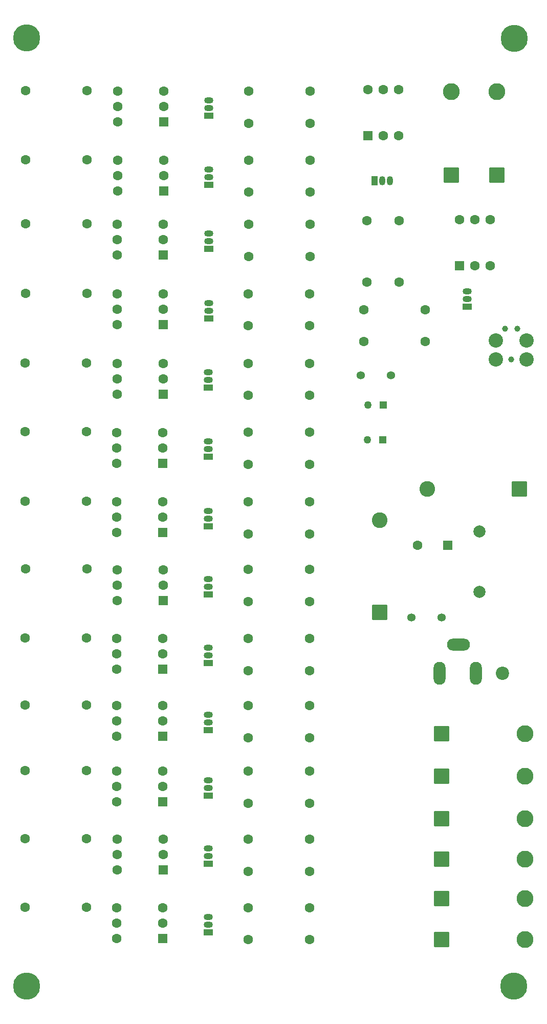
<source format=gbr>
%TF.GenerationSoftware,KiCad,Pcbnew,9.0.7*%
%TF.CreationDate,2026-01-29T13:55:36-08:00*%
%TF.ProjectId,regulator-PCB,72656775-6c61-4746-9f72-2d5043422e6b,rev?*%
%TF.SameCoordinates,Original*%
%TF.FileFunction,Soldermask,Bot*%
%TF.FilePolarity,Negative*%
%FSLAX46Y46*%
G04 Gerber Fmt 4.6, Leading zero omitted, Abs format (unit mm)*
G04 Created by KiCad (PCBNEW 9.0.7) date 2026-01-29 13:55:36*
%MOMM*%
%LPD*%
G01*
G04 APERTURE LIST*
G04 Aperture macros list*
%AMRoundRect*
0 Rectangle with rounded corners*
0 $1 Rounding radius*
0 $2 $3 $4 $5 $6 $7 $8 $9 X,Y pos of 4 corners*
0 Add a 4 corners polygon primitive as box body*
4,1,4,$2,$3,$4,$5,$6,$7,$8,$9,$2,$3,0*
0 Add four circle primitives for the rounded corners*
1,1,$1+$1,$2,$3*
1,1,$1+$1,$4,$5*
1,1,$1+$1,$6,$7*
1,1,$1+$1,$8,$9*
0 Add four rect primitives between the rounded corners*
20,1,$1+$1,$2,$3,$4,$5,0*
20,1,$1+$1,$4,$5,$6,$7,0*
20,1,$1+$1,$6,$7,$8,$9,0*
20,1,$1+$1,$8,$9,$2,$3,0*%
G04 Aperture macros list end*
%ADD10C,4.500000*%
%ADD11C,1.600000*%
%ADD12O,1.500000X1.050000*%
%ADD13R,1.500000X1.050000*%
%ADD14C,2.800000*%
%ADD15RoundRect,0.250000X1.050000X-1.050000X1.050000X1.050000X-1.050000X1.050000X-1.050000X-1.050000X0*%
%ADD16RoundRect,0.102000X0.700000X0.700000X-0.700000X0.700000X-0.700000X-0.700000X0.700000X-0.700000X0*%
%ADD17C,1.604000*%
%ADD18R,1.270000X1.270000*%
%ADD19C,1.270000*%
%ADD20C,2.000000*%
%ADD21RoundRect,0.250000X0.550000X0.550000X-0.550000X0.550000X-0.550000X-0.550000X0.550000X-0.550000X0*%
%ADD22C,1.354000*%
%ADD23R,1.050000X1.500000*%
%ADD24O,1.050000X1.500000*%
%ADD25C,2.200000*%
%ADD26O,2.004000X3.804000*%
%ADD27O,3.804000X2.004000*%
%ADD28RoundRect,0.102000X0.700000X-0.700000X0.700000X0.700000X-0.700000X0.700000X-0.700000X-0.700000X0*%
%ADD29C,2.374900*%
%ADD30C,0.990600*%
%ADD31RoundRect,0.250000X1.050000X1.050000X-1.050000X1.050000X-1.050000X-1.050000X1.050000X-1.050000X0*%
%ADD32C,2.600000*%
G04 APERTURE END LIST*
D10*
%TO.C,H3*%
X26700000Y-181800000D03*
%TD*%
%TO.C,H1*%
X107400000Y-25100000D03*
%TD*%
%TO.C,H2*%
X26700000Y-25000000D03*
%TD*%
%TO.C,H4*%
X107300000Y-181800000D03*
%TD*%
D11*
%TO.C,R2*%
X92620000Y-75240000D03*
X82460000Y-75240000D03*
%TD*%
D12*
%TO.C,Q14*%
X99600000Y-66900000D03*
X99600000Y-68170000D03*
D13*
X99600000Y-69440000D03*
%TD*%
D11*
%TO.C,R19*%
X73500000Y-107030000D03*
X63340000Y-107030000D03*
%TD*%
D14*
%TO.C,J8*%
X109200000Y-174100000D03*
D15*
X95400000Y-174100000D03*
%TD*%
D11*
%TO.C,R27*%
X63330000Y-146270000D03*
X73490000Y-146270000D03*
%TD*%
D13*
%TO.C,Q3*%
X56830000Y-59910000D03*
D12*
X56830000Y-58640000D03*
X56830000Y-57370000D03*
%TD*%
D11*
%TO.C,R37*%
X26440000Y-124240000D03*
X36600000Y-124240000D03*
%TD*%
D13*
%TO.C,Q11*%
X56730000Y-139510000D03*
D12*
X56730000Y-138240000D03*
X56730000Y-136970000D03*
%TD*%
D11*
%TO.C,R26*%
X63330000Y-135440000D03*
X73490000Y-135440000D03*
%TD*%
D13*
%TO.C,Q7*%
X56740000Y-105800000D03*
D12*
X56740000Y-104530000D03*
X56740000Y-103260000D03*
%TD*%
D11*
%TO.C,R28*%
X63360000Y-157540000D03*
X73520000Y-157540000D03*
%TD*%
%TO.C,R3*%
X26560000Y-33740000D03*
X36720000Y-33740000D03*
%TD*%
D14*
%TO.C,J10*%
X109150000Y-160850000D03*
D15*
X95350000Y-160850000D03*
%TD*%
D16*
%TO.C,U7*%
X49270000Y-83940000D03*
D17*
X49270000Y-81400000D03*
X49270000Y-78860000D03*
X41650000Y-78860000D03*
X41650000Y-81400000D03*
X41650000Y-83940000D03*
%TD*%
D11*
%TO.C,R31*%
X73490000Y-151570000D03*
X63330000Y-151570000D03*
%TD*%
%TO.C,R8*%
X63440000Y-45230000D03*
X73600000Y-45230000D03*
%TD*%
%TO.C,R32*%
X73490000Y-140740000D03*
X63330000Y-140740000D03*
%TD*%
D18*
%TO.C,C3*%
X85625000Y-91440000D03*
D19*
X83085000Y-91440000D03*
%TD*%
D13*
%TO.C,Q13*%
X56790000Y-117010000D03*
D12*
X56790000Y-115740000D03*
X56790000Y-114470000D03*
%TD*%
D16*
%TO.C,U9*%
X49250000Y-106830000D03*
D17*
X49250000Y-104290000D03*
X49250000Y-101750000D03*
X41630000Y-101750000D03*
X41630000Y-104290000D03*
X41630000Y-106830000D03*
%TD*%
D11*
%TO.C,R43*%
X63330000Y-168840000D03*
X73490000Y-168840000D03*
%TD*%
%TO.C,R13*%
X63430000Y-55840000D03*
X73590000Y-55840000D03*
%TD*%
%TO.C,R42*%
X83000000Y-55240000D03*
X83000000Y-65400000D03*
%TD*%
%TO.C,R34*%
X73550000Y-118240000D03*
X63390000Y-118240000D03*
%TD*%
D20*
%TO.C,C4*%
X101640000Y-116640000D03*
X101640000Y-106640000D03*
%TD*%
D11*
%TO.C,R39*%
X26450000Y-146170000D03*
X36610000Y-146170000D03*
%TD*%
D16*
%TO.C,U10*%
X49240000Y-173940000D03*
D17*
X49240000Y-171400000D03*
X49240000Y-168860000D03*
X41620000Y-168860000D03*
X41620000Y-171400000D03*
X41620000Y-173940000D03*
%TD*%
D21*
%TO.C,C5*%
X96390000Y-108890000D03*
D11*
X91390000Y-108890000D03*
%TD*%
%TO.C,R15*%
X63360000Y-78840000D03*
X73520000Y-78840000D03*
%TD*%
D16*
%TO.C,U12*%
X49240000Y-151370000D03*
D17*
X49240000Y-148830000D03*
X49240000Y-146290000D03*
X41620000Y-146290000D03*
X41620000Y-148830000D03*
X41620000Y-151370000D03*
%TD*%
D13*
%TO.C,Q2*%
X56840000Y-49280000D03*
D12*
X56840000Y-48010000D03*
X56840000Y-46740000D03*
%TD*%
D13*
%TO.C,Q10*%
X56730000Y-150340000D03*
D12*
X56730000Y-149070000D03*
X56730000Y-147800000D03*
%TD*%
D11*
%TO.C,R1*%
X73600000Y-39140000D03*
X63440000Y-39140000D03*
%TD*%
%TO.C,R16*%
X26480000Y-78740000D03*
X36640000Y-78740000D03*
%TD*%
D14*
%TO.C,J9*%
X109200000Y-167350000D03*
D15*
X95400000Y-167350000D03*
%TD*%
D11*
%TO.C,R14*%
X63390000Y-67340000D03*
X73550000Y-67340000D03*
%TD*%
%TO.C,R20*%
X26450000Y-90140000D03*
X36610000Y-90140000D03*
%TD*%
D13*
%TO.C,Q5*%
X56740000Y-82880000D03*
D12*
X56740000Y-81610000D03*
X56740000Y-80340000D03*
%TD*%
D11*
%TO.C,R18*%
X73490000Y-95540000D03*
X63330000Y-95540000D03*
%TD*%
D22*
%TO.C,C2*%
X87000000Y-80800000D03*
X82000000Y-80800000D03*
%TD*%
D13*
%TO.C,Q1*%
X56840000Y-37910000D03*
D12*
X56840000Y-36640000D03*
X56840000Y-35370000D03*
%TD*%
D13*
%TO.C,Q9*%
X56760000Y-161610000D03*
D12*
X56760000Y-160340000D03*
X56760000Y-159070000D03*
%TD*%
D16*
%TO.C,U13*%
X49240000Y-140540000D03*
D17*
X49240000Y-138000000D03*
X49240000Y-135460000D03*
X41620000Y-135460000D03*
X41620000Y-138000000D03*
X41620000Y-140540000D03*
%TD*%
D16*
%TO.C,U11*%
X49270000Y-162640000D03*
D17*
X49270000Y-160100000D03*
X49270000Y-157560000D03*
X41650000Y-157560000D03*
X41650000Y-160100000D03*
X41650000Y-162640000D03*
%TD*%
D18*
%TO.C,C1*%
X85725000Y-85740000D03*
D19*
X83185000Y-85740000D03*
%TD*%
D11*
%TO.C,R21*%
X26460000Y-101630000D03*
X36620000Y-101630000D03*
%TD*%
%TO.C,R23*%
X63340000Y-101730000D03*
X73500000Y-101730000D03*
%TD*%
%TO.C,R33*%
X73490000Y-129640000D03*
X63330000Y-129640000D03*
%TD*%
D23*
%TO.C,Q15*%
X84230000Y-48640000D03*
D24*
X85500000Y-48640000D03*
X86770000Y-48640000D03*
%TD*%
D14*
%TO.C,J5*%
X109150000Y-147100000D03*
D15*
X95350000Y-147100000D03*
%TD*%
D11*
%TO.C,R38*%
X26450000Y-135340000D03*
X36610000Y-135340000D03*
%TD*%
D25*
%TO.C,J2*%
X105427500Y-130115000D03*
D26*
X95027500Y-130115000D03*
X101027500Y-130115000D03*
D27*
X98127500Y-125315000D03*
%TD*%
D28*
%TO.C,U17*%
X83200000Y-41150000D03*
D17*
X85740000Y-41150000D03*
X88280000Y-41150000D03*
X88280000Y-33530000D03*
X85740000Y-33530000D03*
X83200000Y-33530000D03*
%TD*%
D11*
%TO.C,R7*%
X63440000Y-33840000D03*
X73600000Y-33840000D03*
%TD*%
%TO.C,R5*%
X73600000Y-50530000D03*
X63440000Y-50530000D03*
%TD*%
%TO.C,R25*%
X63330000Y-124340000D03*
X73490000Y-124340000D03*
%TD*%
D29*
%TO.C,J1*%
X104365000Y-78210000D03*
D30*
X106905000Y-78210000D03*
D29*
X109445000Y-78210000D03*
X104365000Y-75035000D03*
X109445000Y-75035000D03*
D30*
X105889000Y-73130000D03*
X107921000Y-73130000D03*
%TD*%
D11*
%TO.C,R12*%
X26510000Y-67240000D03*
X36670000Y-67240000D03*
%TD*%
D14*
%TO.C,J6*%
X96940000Y-33890000D03*
D31*
X96940000Y-47690000D03*
%TD*%
D11*
%TO.C,R9*%
X73590000Y-61140000D03*
X63430000Y-61140000D03*
%TD*%
D16*
%TO.C,U4*%
X49350000Y-50330000D03*
D17*
X49350000Y-47790000D03*
X49350000Y-45250000D03*
X41730000Y-45250000D03*
X41730000Y-47790000D03*
X41730000Y-50330000D03*
%TD*%
D28*
%TO.C,U16*%
X98350000Y-62650000D03*
D17*
X100890000Y-62650000D03*
X103430000Y-62650000D03*
X103430000Y-55030000D03*
X100890000Y-55030000D03*
X98350000Y-55030000D03*
%TD*%
D14*
%TO.C,J3*%
X109150000Y-154100000D03*
D15*
X95350000Y-154100000D03*
%TD*%
D13*
%TO.C,Q12*%
X56730000Y-128410000D03*
D12*
X56730000Y-127140000D03*
X56730000Y-125870000D03*
%TD*%
D11*
%TO.C,R22*%
X63330000Y-90240000D03*
X73490000Y-90240000D03*
%TD*%
%TO.C,R10*%
X73550000Y-72640000D03*
X63390000Y-72640000D03*
%TD*%
D16*
%TO.C,U8*%
X49240000Y-95340000D03*
D17*
X49240000Y-92800000D03*
X49240000Y-90260000D03*
X41620000Y-90260000D03*
X41620000Y-92800000D03*
X41620000Y-95340000D03*
%TD*%
D31*
%TO.C,D4*%
X108260000Y-99640000D03*
D32*
X93020000Y-99640000D03*
%TD*%
D14*
%TO.C,J4*%
X109150000Y-140100000D03*
D15*
X95350000Y-140100000D03*
%TD*%
D11*
%TO.C,R29*%
X73490000Y-174140000D03*
X63330000Y-174140000D03*
%TD*%
D16*
%TO.C,U14*%
X49240000Y-129440000D03*
D17*
X49240000Y-126900000D03*
X49240000Y-124360000D03*
X41620000Y-124360000D03*
X41620000Y-126900000D03*
X41620000Y-129440000D03*
%TD*%
D15*
%TO.C,D3*%
X85140000Y-120010000D03*
D32*
X85140000Y-104770000D03*
%TD*%
D11*
%TO.C,R36*%
X26540000Y-112840000D03*
X36700000Y-112840000D03*
%TD*%
D16*
%TO.C,U6*%
X49300000Y-72440000D03*
D17*
X49300000Y-69900000D03*
X49300000Y-67360000D03*
X41680000Y-67360000D03*
X41680000Y-69900000D03*
X41680000Y-72440000D03*
%TD*%
D13*
%TO.C,Q6*%
X56730000Y-94310000D03*
D12*
X56730000Y-93040000D03*
X56730000Y-91770000D03*
%TD*%
D11*
%TO.C,R35*%
X92620000Y-69940000D03*
X82460000Y-69940000D03*
%TD*%
D16*
%TO.C,U5*%
X49340000Y-60940000D03*
D17*
X49340000Y-58400000D03*
X49340000Y-55860000D03*
X41720000Y-55860000D03*
X41720000Y-58400000D03*
X41720000Y-60940000D03*
%TD*%
D14*
%TO.C,J7*%
X104540000Y-33890000D03*
D31*
X104540000Y-47690000D03*
%TD*%
D13*
%TO.C,Q4*%
X56840000Y-71380000D03*
D12*
X56840000Y-70110000D03*
X56840000Y-68840000D03*
%TD*%
D13*
%TO.C,Q8*%
X56730000Y-172910000D03*
D12*
X56730000Y-171640000D03*
X56730000Y-170370000D03*
%TD*%
D11*
%TO.C,R6*%
X26560000Y-45130000D03*
X36720000Y-45130000D03*
%TD*%
%TO.C,R24*%
X63390000Y-112940000D03*
X73550000Y-112940000D03*
%TD*%
D16*
%TO.C,U3*%
X49350000Y-38940000D03*
D17*
X49350000Y-36400000D03*
X49350000Y-33860000D03*
X41730000Y-33860000D03*
X41730000Y-36400000D03*
X41730000Y-38940000D03*
%TD*%
D11*
%TO.C,R30*%
X73520000Y-162840000D03*
X63360000Y-162840000D03*
%TD*%
%TO.C,R4*%
X88300000Y-65400000D03*
X88300000Y-55240000D03*
%TD*%
%TO.C,R41*%
X26450000Y-168740000D03*
X36610000Y-168740000D03*
%TD*%
D22*
%TO.C,C6*%
X90390000Y-120890000D03*
X95390000Y-120890000D03*
%TD*%
D16*
%TO.C,U15*%
X49300000Y-118040000D03*
D17*
X49300000Y-115500000D03*
X49300000Y-112960000D03*
X41680000Y-112960000D03*
X41680000Y-115500000D03*
X41680000Y-118040000D03*
%TD*%
D11*
%TO.C,R40*%
X26480000Y-157440000D03*
X36640000Y-157440000D03*
%TD*%
%TO.C,R17*%
X73520000Y-84140000D03*
X63360000Y-84140000D03*
%TD*%
%TO.C,R11*%
X26550000Y-55740000D03*
X36710000Y-55740000D03*
%TD*%
M02*

</source>
